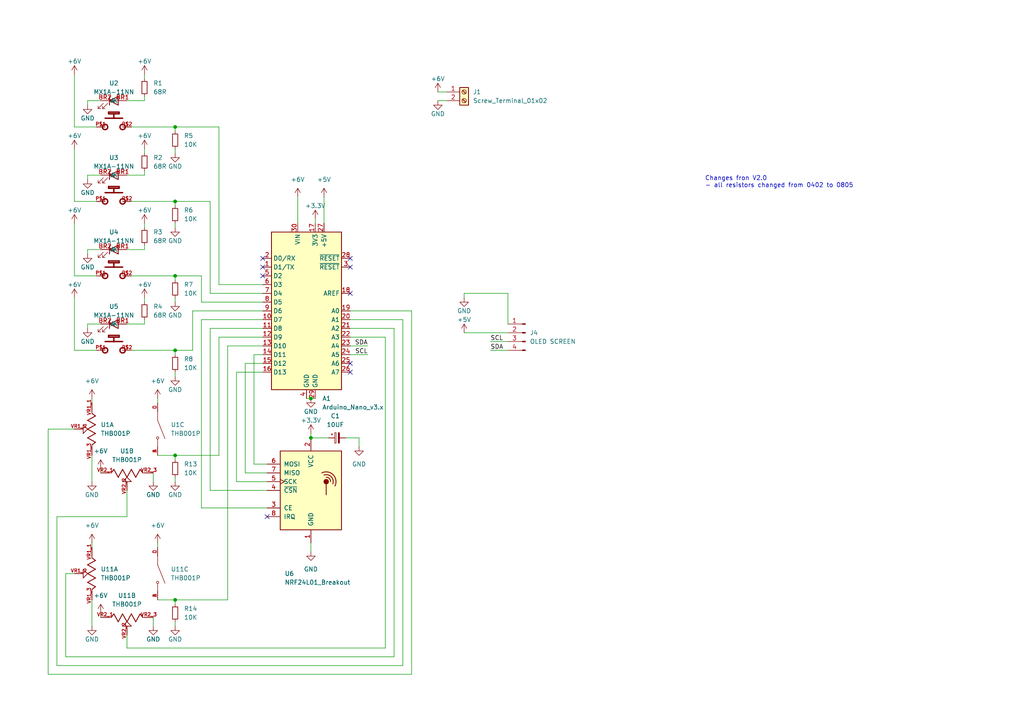
<source format=kicad_sch>
(kicad_sch (version 20211123) (generator eeschema)
  (paper "A4")
  (lib_symbols
    (symbol "Connector:Conn_01x04_Male" (pin_names (offset 1.016) hide)
      (property "Reference" "J" (at 0 5.08 0))
      (property "Value" "Conn_01x04_Male" (at 0 -7.62 0))
      (symbol "Conn_01x04_Male_1_1"
        (polyline (pts (xy 1.27 -5.08) (xy 0.8636 -5.08)) (stroke (width 0.1524)))
        (polyline (pts (xy 1.27 -2.54) (xy 0.8636 -2.54)) (stroke (width 0.1524)))
        (polyline (pts (xy 1.27 0) (xy 0.8636 0)) (stroke (width 0.1524)))
        (polyline (pts (xy 1.27 2.54) (xy 0.8636 2.54)) (stroke (width 0.1524)))
        (rectangle (start 0.8636 -4.953) (end 0 -5.207) (stroke (width 0.1524)) (fill (type outline)))
        (rectangle (start 0.8636 -2.413) (end 0 -2.667) (stroke (width 0.1524)) (fill (type outline)))
        (rectangle (start 0.8636 0.127) (end 0 -0.127) (stroke (width 0.1524)) (fill (type outline)))
        (rectangle (start 0.8636 2.667) (end 0 2.413) (stroke (width 0.1524)) (fill (type outline)))
        (pin passive line (at 5.08 2.54 180) (length 3.81) (name "Pin_1") (number "1"))
        (pin passive line (at 5.08 0 180) (length 3.81) (name "Pin_2") (number "2"))
        (pin passive line (at 5.08 -2.54 180) (length 3.81) (name "Pin_3") (number "3"))
        (pin passive line (at 5.08 -5.08 180) (length 3.81) (name "Pin_4") (number "4"))
      )
    )
    (symbol "Connector:Screw_Terminal_01x02" (pin_names (offset 1.016) hide)
      (property "Reference" "J" (at 0 2.54 0))
      (property "Value" "Screw_Terminal_01x02" (at 0 -5.08 0))
      (symbol "Screw_Terminal_01x02_1_1"
        (rectangle (start -1.27 1.27) (end 1.27 -3.81) (stroke (width 0.254)) (fill (type background)))
        (circle (center 0 -2.54) (radius 0.635) (stroke (width 0.1524)))
        (polyline (pts (xy -0.5334 -2.2098) (xy 0.3302 -3.048)) (stroke (width 0.1524)))
        (polyline (pts (xy -0.5334 0.3302) (xy 0.3302 -0.508)) (stroke (width 0.1524)))
        (polyline (pts (xy -0.3556 -2.032) (xy 0.508 -2.8702)) (stroke (width 0.1524)))
        (polyline (pts (xy -0.3556 0.508) (xy 0.508 -0.3302)) (stroke (width 0.1524)))
        (circle (center 0 0) (radius 0.635) (stroke (width 0.1524)))
        (pin passive line (at -5.08 0 0) (length 3.81) (name "Pin_1") (number "1"))
        (pin passive line (at -5.08 -2.54 0) (length 3.81) (name "Pin_2") (number "2"))
      )
    )
    (symbol "Device:C_Polarized_Small" (pin_numbers hide) (pin_names (offset 0.254) hide)
      (property "Reference" "C" (at 0.254 1.778 0))
      (property "Value" "C_Polarized_Small" (at 0.254 -2.032 0))
      (symbol "C_Polarized_Small_0_1"
        (rectangle (start -1.524 -0.3048) (end 1.524 -0.6858) (fill (type outline)))
        (rectangle (start -1.524 0.6858) (end 1.524 0.3048))
        (polyline (pts (xy -1.27 1.524) (xy -0.762 1.524)))
        (polyline (pts (xy -1.016 1.27) (xy -1.016 1.778)))
      )
      (symbol "C_Polarized_Small_1_1"
        (pin passive line (at 0 2.54 270) (length 1.8542) (name "~") (number "1"))
        (pin passive line (at 0 -2.54 90) (length 1.8542) (name "~") (number "2"))
      )
    )
    (symbol "Device:R_Small" (pin_numbers hide) (pin_names (offset 0.254) hide)
      (property "Reference" "R" (at 0.762 0.508 0))
      (property "Value" "R_Small" (at 0.762 -1.016 0))
      (symbol "R_Small_0_1"
        (rectangle (start -0.762 1.778) (end 0.762 -1.778) (stroke (width 0.2032)))
      )
      (symbol "R_Small_1_1"
        (pin passive line (at 0 2.54 270) (length 0.762) (name "~") (number "1"))
        (pin passive line (at 0 -2.54 90) (length 0.762) (name "~") (number "2"))
      )
    )
    (symbol "MCU_Module:Arduino_Nano_v3.x"
      (property "Reference" "A" (at -10.16 23.495 0))
      (property "Value" "Arduino_Nano_v3.x" (at 5.08 -24.13 0))
      (symbol "Arduino_Nano_v3.x_0_1"
        (rectangle (start -10.16 22.86) (end 10.16 -22.86) (stroke (width 0.254)) (fill (type background)))
      )
      (symbol "Arduino_Nano_v3.x_1_1"
        (pin bidirectional line (at -12.7 12.7 0) (length 2.54) (name "D1/TX") (number "1"))
        (pin bidirectional line (at -12.7 -2.54 0) (length 2.54) (name "D7") (number "10"))
        (pin bidirectional line (at -12.7 -5.08 0) (length 2.54) (name "D8") (number "11"))
        (pin bidirectional line (at -12.7 -7.62 0) (length 2.54) (name "D9") (number "12"))
        (pin bidirectional line (at -12.7 -10.16 0) (length 2.54) (name "D10") (number "13"))
        (pin bidirectional line (at -12.7 -12.7 0) (length 2.54) (name "D11") (number "14"))
        (pin bidirectional line (at -12.7 -15.24 0) (length 2.54) (name "D12") (number "15"))
        (pin bidirectional line (at -12.7 -17.78 0) (length 2.54) (name "D13") (number "16"))
        (pin power_out line (at 2.54 25.4 270) (length 2.54) (name "3V3") (number "17"))
        (pin input line (at 12.7 5.08 180) (length 2.54) (name "AREF") (number "18"))
        (pin bidirectional line (at 12.7 0 180) (length 2.54) (name "A0") (number "19"))
        (pin bidirectional line (at -12.7 15.24 0) (length 2.54) (name "D0/RX") (number "2"))
        (pin bidirectional line (at 12.7 -2.54 180) (length 2.54) (name "A1") (number "20"))
        (pin bidirectional line (at 12.7 -5.08 180) (length 2.54) (name "A2") (number "21"))
        (pin bidirectional line (at 12.7 -7.62 180) (length 2.54) (name "A3") (number "22"))
        (pin bidirectional line (at 12.7 -10.16 180) (length 2.54) (name "A4") (number "23"))
        (pin bidirectional line (at 12.7 -12.7 180) (length 2.54) (name "A5") (number "24"))
        (pin bidirectional line (at 12.7 -15.24 180) (length 2.54) (name "A6") (number "25"))
        (pin bidirectional line (at 12.7 -17.78 180) (length 2.54) (name "A7") (number "26"))
        (pin power_out line (at 5.08 25.4 270) (length 2.54) (name "+5V") (number "27"))
        (pin input line (at 12.7 15.24 180) (length 2.54) (name "~{RESET}") (number "28"))
        (pin power_in line (at 2.54 -25.4 90) (length 2.54) (name "GND") (number "29"))
        (pin input line (at 12.7 12.7 180) (length 2.54) (name "~{RESET}") (number "3"))
        (pin power_in line (at -2.54 25.4 270) (length 2.54) (name "VIN") (number "30"))
        (pin power_in line (at 0 -25.4 90) (length 2.54) (name "GND") (number "4"))
        (pin bidirectional line (at -12.7 10.16 0) (length 2.54) (name "D2") (number "5"))
        (pin bidirectional line (at -12.7 7.62 0) (length 2.54) (name "D3") (number "6"))
        (pin bidirectional line (at -12.7 5.08 0) (length 2.54) (name "D4") (number "7"))
        (pin bidirectional line (at -12.7 2.54 0) (length 2.54) (name "D5") (number "8"))
        (pin bidirectional line (at -12.7 0 0) (length 2.54) (name "D6") (number "9"))
      )
    )
    (symbol "MX1A-11NN:MX1A-11NN" (pin_names (offset 1.016))
      (property "Reference" "U" (at -4.445 -3.81 0))
      (property "Value" "MX1A-11NN" (at 0 -8.89 0))
      (symbol "MX1A-11NN_0_0"
        (circle (center -2.54 0) (radius 0.762) (stroke (width 0.4064)))
        (polyline (pts (xy -2.54 2.54) (xy 0 2.54)) (stroke (width 0.4064)))
        (polyline (pts (xy -1.524 3.81) (xy -1.524 4.318)) (stroke (width 0.4064)))
        (polyline (pts (xy -1.524 4.318) (xy 1.524 4.318)) (stroke (width 0.4064)))
        (polyline (pts (xy 0 2.54) (xy 0 3.81)) (stroke (width 0.4064)))
        (polyline (pts (xy 0 3.81) (xy -1.524 3.81)) (stroke (width 0.4064)))
        (polyline (pts (xy 1.524 3.81) (xy 0.254 3.81)) (stroke (width 0.4064)))
        (polyline (pts (xy 1.524 4.318) (xy 1.524 3.81)) (stroke (width 0.4064)))
        (polyline (pts (xy 2.54 2.54) (xy 0 2.54)) (stroke (width 0.4064)))
        (circle (center 2.54 0) (radius 0.762) (stroke (width 0.4064)))
        (pin passive line (at -5.08 0 0) (length 2.54) (name "~") (number "P$1"))
        (pin passive line (at 5.08 0 180) (length 2.54) (name "~") (number "P$2"))
      )
      (symbol "MX1A-11NN_0_1"
        (polyline (pts (xy -1.27 6.35) (xy -1.27 8.89)) (stroke (width 0.254)))
        (polyline (pts (xy -1.27 7.62) (xy 1.27 7.62)))
        (polyline (pts (xy 1.27 6.35) (xy 1.27 8.89) (xy -1.27 7.62) (xy 1.27 6.35)) (stroke (width 0.254)))
        (polyline (pts (xy -3.048 6.858) (xy -4.572 5.334) (xy -3.81 5.334) (xy -4.572 5.334) (xy -4.572 6.096)))
        (polyline (pts (xy -1.778 6.858) (xy -3.302 5.334) (xy -2.54 5.334) (xy -3.302 5.334) (xy -3.302 6.096)))
      )
      (symbol "MX1A-11NN_1_1"
        (pin passive line (at 3.81 7.62 180) (length 2.54) (name "A") (number "BR1"))
        (pin passive line (at -3.81 7.62 0) (length 2.54) (name "K") (number "BR2"))
      )
    )
    (symbol "RF:NRF24L01_Breakout" (pin_names (offset 1.016))
      (property "Reference" "U" (at -8.89 12.7 0))
      (property "Value" "NRF24L01_Breakout" (at 3.81 12.7 0))
      (symbol "NRF24L01_Breakout_0_1"
        (rectangle (start -8.89 11.43) (end 8.89 -11.43) (stroke (width 0.254)) (fill (type background)))
        (polyline (pts (xy 4.445 1.905) (xy 4.445 -1.27)) (stroke (width 0.254)))
        (circle (center 4.445 2.54) (radius 0.635) (stroke (width 0.254)) (fill (type outline)))
        (arc (start 5.715 2.54) (mid 5.3521 3.4546) (end 4.445 3.81) (stroke (width 0.254)))
        (arc (start 6.35 1.905) (mid 5.8763 3.9854) (end 3.81 4.445) (stroke (width 0.254)))
        (arc (start 6.985 1.27) (mid 6.453 4.548) (end 3.175 5.08) (stroke (width 0.254)))
      )
      (symbol "NRF24L01_Breakout_1_1"
        (pin power_in line (at 0 -15.24 90) (length 3.81) (name "GND") (number "1"))
        (pin power_in line (at 0 15.24 270) (length 3.81) (name "VCC") (number "2"))
        (pin input line (at -12.7 -5.08 0) (length 3.81) (name "CE") (number "3"))
        (pin input line (at -12.7 0 0) (length 3.81) (name "~{CSN}") (number "4"))
        (pin input clock (at -12.7 2.54 0) (length 3.81) (name "SCK") (number "5"))
        (pin input line (at -12.7 7.62 0) (length 3.81) (name "MOSI") (number "6"))
        (pin output line (at -12.7 5.08 0) (length 3.81) (name "MISO") (number "7"))
        (pin output line (at -12.7 -7.62 0) (length 3.81) (name "IRQ") (number "8"))
      )
    )
    (symbol "THB001P:THB001P" (pin_names (offset 1.016))
      (property "Reference" "U" (at -5.08 5.08 0))
      (property "Value" "THB001P" (at -5.08 2.54 0))
      (symbol "THB001P_1_0"
        (polyline (pts (xy -5.08 0) (xy -4.572 0)) (stroke (width 0.1524)))
        (polyline (pts (xy -4.572 0) (xy -3.81 1.016)) (stroke (width 0.254)))
        (polyline (pts (xy -3.81 1.016) (xy -2.54 -1.27)) (stroke (width 0.254)))
        (polyline (pts (xy -2.54 -1.27) (xy -1.27 1.016)) (stroke (width 0.254)))
        (polyline (pts (xy -1.27 -2.54) (xy 0 -1.27)) (stroke (width 0.2032)))
        (polyline (pts (xy -1.27 1.016) (xy 0 -1.27)) (stroke (width 0.254)))
        (polyline (pts (xy 0 -1.27) (xy 1.27 -2.54)) (stroke (width 0.2032)))
        (polyline (pts (xy 0 -1.27) (xy 1.27 1.016)) (stroke (width 0.254)))
        (polyline (pts (xy 1.27 -2.54) (xy -1.27 -2.54)) (stroke (width 0.2032)))
        (polyline (pts (xy 1.27 1.016) (xy 2.54 -1.27)) (stroke (width 0.254)))
        (polyline (pts (xy 2.54 -1.27) (xy 3.81 1.016)) (stroke (width 0.254)))
        (polyline (pts (xy 3.81 1.016) (xy 4.572 0)) (stroke (width 0.254)))
        (polyline (pts (xy 4.572 0) (xy 5.08 0)) (stroke (width 0.1524)))
        (pin passive line (at -7.62 0 0) (length 2.54) (name "~") (number "VR1_1"))
        (pin passive line (at 0 -5.08 90) (length 2.54) (name "~") (number "VR1_2"))
        (pin passive line (at 7.62 0 180) (length 2.54) (name "~") (number "VR1_3"))
      )
      (symbol "THB001P_2_0"
        (polyline (pts (xy -5.08 0) (xy -4.572 0)) (stroke (width 0.1524)))
        (polyline (pts (xy -4.572 0) (xy -3.81 1.016)) (stroke (width 0.254)))
        (polyline (pts (xy -3.81 1.016) (xy -2.54 -1.27)) (stroke (width 0.254)))
        (polyline (pts (xy -2.54 -1.27) (xy -1.27 1.016)) (stroke (width 0.254)))
        (polyline (pts (xy -1.27 -2.54) (xy 0 -1.27)) (stroke (width 0.2032)))
        (polyline (pts (xy -1.27 1.016) (xy 0 -1.27)) (stroke (width 0.254)))
        (polyline (pts (xy 0 -1.27) (xy 1.27 -2.54)) (stroke (width 0.2032)))
        (polyline (pts (xy 0 -1.27) (xy 1.27 1.016)) (stroke (width 0.254)))
        (polyline (pts (xy 1.27 -2.54) (xy -1.27 -2.54)) (stroke (width 0.2032)))
        (polyline (pts (xy 1.27 1.016) (xy 2.54 -1.27)) (stroke (width 0.254)))
        (polyline (pts (xy 2.54 -1.27) (xy 3.81 1.016)) (stroke (width 0.254)))
        (polyline (pts (xy 3.81 1.016) (xy 4.572 0)) (stroke (width 0.254)))
        (polyline (pts (xy 4.572 0) (xy 5.08 0)) (stroke (width 0.1524)))
        (pin passive line (at -7.62 0 0) (length 2.54) (name "~") (number "VR2_1"))
        (pin passive line (at 0 -5.08 90) (length 2.54) (name "~") (number "VR2_2"))
        (pin passive line (at 7.62 0 180) (length 2.54) (name "~") (number "VR2_3"))
      )
      (symbol "THB001P_3_0"
        (polyline (pts (xy -2.54 0) (xy -5.08 0)) (stroke (width 0.1524)))
        (polyline (pts (xy -2.54 0) (xy 2.794 2.1336)) (stroke (width 0.1524)))
        (polyline (pts (xy 5.08 0) (xy 2.921 0)) (stroke (width 0.1524)))
        (circle (center 2.54 0) (radius 0.3302) (stroke (width 0.1524)))
        (pin passive line (at 7.62 0 180) (length 2.54) (name "~") (number "A"))
        (pin passive line (at 7.62 0 180) (length 2.54) (name "~") (number "B"))
        (pin passive line (at -7.62 0 0) (length 2.54) (name "~") (number "C"))
        (pin passive line (at -7.62 0 0) (length 2.54) (name "~") (number "D"))
      )
    )
    (symbol "power:+3.3V" (power) (pin_names (offset 0))
      (property "Value" "+3.3V" (at 0 3.556 0))
      (symbol "+3.3V_0_1"
        (polyline (pts (xy -0.762 1.27) (xy 0 2.54)))
        (polyline (pts (xy 0 0) (xy 0 2.54)))
        (polyline (pts (xy 0 2.54) (xy 0.762 1.27)))
      )
      (symbol "+3.3V_1_1"
        (pin power_in line (at 0 0 90) (length 0) hide (name "+3.3V") (number "1"))
      )
    )
    (symbol "power:+5V" (power) (pin_names (offset 0))
      (property "Value" "+5V" (at 0 3.556 0))
      (symbol "+5V_0_1"
        (polyline (pts (xy -0.762 1.27) (xy 0 2.54)))
        (polyline (pts (xy 0 0) (xy 0 2.54)))
        (polyline (pts (xy 0 2.54) (xy 0.762 1.27)))
      )
      (symbol "+5V_1_1"
        (pin power_in line (at 0 0 90) (length 0) hide (name "+5V") (number "1"))
      )
    )
    (symbol "power:+6V" (power) (pin_names (offset 0))
      (property "Value" "+6V" (at 0 3.556 0))
      (symbol "+6V_0_1"
        (polyline (pts (xy -0.762 1.27) (xy 0 2.54)))
        (polyline (pts (xy 0 0) (xy 0 2.54)))
        (polyline (pts (xy 0 2.54) (xy 0.762 1.27)))
      )
      (symbol "+6V_1_1"
        (pin power_in line (at 0 0 90) (length 0) hide (name "+6V") (number "1"))
      )
    )
    (symbol "power:GND" (power) (pin_names (offset 0))
      (property "Value" "GND" (at 0 -3.81 0))
      (symbol "GND_0_1"
        (polyline (pts (xy 0 0) (xy 0 -1.27) (xy 1.27 -1.27) (xy 0 -2.54) (xy -1.27 -1.27) (xy 0 -1.27)))
      )
      (symbol "GND_1_1"
        (pin power_in line (at 0 0 270) (length 0) hide (name "GND") (number "1"))
      )
    )
  )
  (junction (at 90.17 115.57))
  (junction (at 50.8 173.99))
  (junction (at 50.8 58.42))
  (junction (at 90.17 127))
  (junction (at 50.8 101.6))
  (junction (at 50.8 132.08))
  (junction (at 50.8 80.01))
  (junction (at 50.8 36.83))
  (no_connect (at 101.6 105.41))
  (no_connect (at 101.6 107.95))
  (no_connect (at 77.47 149.86))
  (no_connect (at 101.6 77.47))
  (no_connect (at 76.2 80.01))
  (no_connect (at 101.6 74.93))
  (no_connect (at 76.2 77.47))
  (no_connect (at 101.6 85.09))
  (no_connect (at 76.2 74.93))
  (wire (pts (xy 63.5 36.83) (xy 50.8 36.83)))
  (wire (pts (xy 71.12 137.16) (xy 71.12 105.41)))
  (wire (pts (xy 66.04 173.99) (xy 66.04 100.33)))
  (wire (pts (xy 29.21 29.21) (xy 25.4 29.21)))
  (wire (pts (xy 36.83 149.86) (xy 16.51 149.86)))
  (wire (pts (xy 50.8 59.69) (xy 50.8 58.42)))
  (wire (pts (xy 73.66 134.62) (xy 77.47 134.62)))
  (wire (pts (xy 68.58 107.95) (xy 76.2 107.95)))
  (wire (pts (xy 63.5 82.55) (xy 63.5 36.83)))
  (wire (pts (xy 16.51 193.04) (xy 116.84 193.04)))
  (wire (pts (xy 134.62 96.52) (xy 147.32 96.52)))
  (wire (pts (xy 91.44 63.5) (xy 91.44 64.77)))
  (wire (pts (xy 119.38 90.17) (xy 119.38 195.58)))
  (wire (pts (xy 13.97 195.58) (xy 119.38 195.58)))
  (wire (pts (xy 38.1 80.01) (xy 50.8 80.01)))
  (wire (pts (xy 50.8 180.34) (xy 50.8 181.61)))
  (wire (pts (xy 45.72 132.08) (xy 50.8 132.08)))
  (wire (pts (xy 29.21 72.39) (xy 25.4 72.39)))
  (wire (pts (xy 114.3 95.25) (xy 114.3 190.5)))
  (wire (pts (xy 41.91 72.39) (xy 41.91 71.12)))
  (wire (pts (xy 111.76 97.79) (xy 111.76 187.96)))
  (wire (pts (xy 29.21 177.8) (xy 29.21 179.07)))
  (wire (pts (xy 119.38 90.17) (xy 101.6 90.17)))
  (wire (pts (xy 44.45 137.16) (xy 44.45 139.7)))
  (wire (pts (xy 58.42 92.71) (xy 76.2 92.71)))
  (wire (pts (xy 27.94 101.6) (xy 21.59 101.6)))
  (wire (pts (xy 60.96 58.42) (xy 50.8 58.42)))
  (wire (pts (xy 27.94 80.01) (xy 21.59 80.01)))
  (wire (pts (xy 36.83 50.8) (xy 41.91 50.8)))
  (wire (pts (xy 36.83 187.96) (xy 111.76 187.96)))
  (wire (pts (xy 90.17 125.73) (xy 90.17 127)))
  (wire (pts (xy 68.58 139.7) (xy 68.58 107.95)))
  (wire (pts (xy 19.05 190.5) (xy 114.3 190.5)))
  (wire (pts (xy 91.44 115.57) (xy 90.17 115.57)))
  (wire (pts (xy 50.8 43.18) (xy 50.8 44.45)))
  (wire (pts (xy 55.88 101.6) (xy 55.88 90.17)))
  (wire (pts (xy 26.67 157.48) (xy 26.67 158.75)))
  (wire (pts (xy 127 29.21) (xy 129.54 29.21)))
  (wire (pts (xy 25.4 29.21) (xy 25.4 30.48)))
  (wire (pts (xy 36.83 93.98) (xy 41.91 93.98)))
  (wire (pts (xy 41.91 50.8) (xy 41.91 49.53)))
  (wire (pts (xy 76.2 85.09) (xy 60.96 85.09)))
  (wire (pts (xy 60.96 142.24) (xy 60.96 95.25)))
  (wire (pts (xy 36.83 72.39) (xy 41.91 72.39)))
  (wire (pts (xy 50.8 86.36) (xy 50.8 87.63)))
  (wire (pts (xy 41.91 64.77) (xy 41.91 66.04)))
  (wire (pts (xy 73.66 102.87) (xy 76.2 102.87)))
  (wire (pts (xy 50.8 132.08) (xy 63.5 132.08)))
  (wire (pts (xy 50.8 173.99) (xy 66.04 173.99)))
  (wire (pts (xy 77.47 139.7) (xy 68.58 139.7)))
  (wire (pts (xy 77.47 147.32) (xy 58.42 147.32)))
  (wire (pts (xy 116.84 92.71) (xy 116.84 193.04)))
  (wire (pts (xy 27.94 58.42) (xy 21.59 58.42)))
  (wire (pts (xy 19.05 166.37) (xy 19.05 190.5)))
  (wire (pts (xy 50.8 101.6) (xy 55.88 101.6)))
  (wire (pts (xy 90.17 157.48) (xy 90.17 160.02)))
  (wire (pts (xy 104.14 127) (xy 104.14 129.54)))
  (wire (pts (xy 93.98 57.15) (xy 93.98 64.77)))
  (wire (pts (xy 21.59 64.77) (xy 21.59 80.01)))
  (wire (pts (xy 21.59 21.59) (xy 21.59 36.83)))
  (wire (pts (xy 26.67 173.99) (xy 26.67 181.61)))
  (wire (pts (xy 73.66 102.87) (xy 73.66 134.62)))
  (wire (pts (xy 101.6 92.71) (xy 116.84 92.71)))
  (wire (pts (xy 41.91 86.36) (xy 41.91 87.63)))
  (wire (pts (xy 76.2 87.63) (xy 58.42 87.63)))
  (wire (pts (xy 101.6 100.33) (xy 106.68 100.33)))
  (wire (pts (xy 50.8 81.28) (xy 50.8 80.01)))
  (wire (pts (xy 147.32 101.6) (xy 142.24 101.6)))
  (wire (pts (xy 88.9 115.57) (xy 90.17 115.57)))
  (wire (pts (xy 77.47 142.24) (xy 60.96 142.24)))
  (wire (pts (xy 147.32 85.09) (xy 147.32 93.98)))
  (wire (pts (xy 25.4 93.98) (xy 25.4 95.25)))
  (wire (pts (xy 134.62 85.09) (xy 147.32 85.09)))
  (wire (pts (xy 100.33 127) (xy 104.14 127)))
  (wire (pts (xy 27.94 36.83) (xy 21.59 36.83)))
  (wire (pts (xy 41.91 93.98) (xy 41.91 92.71)))
  (wire (pts (xy 58.42 87.63) (xy 58.42 80.01)))
  (wire (pts (xy 71.12 105.41) (xy 76.2 105.41)))
  (wire (pts (xy 38.1 58.42) (xy 50.8 58.42)))
  (wire (pts (xy 60.96 85.09) (xy 60.96 58.42)))
  (wire (pts (xy 25.4 50.8) (xy 25.4 52.07)))
  (wire (pts (xy 58.42 80.01) (xy 50.8 80.01)))
  (wire (pts (xy 90.17 127) (xy 95.25 127)))
  (wire (pts (xy 101.6 102.87) (xy 106.68 102.87)))
  (wire (pts (xy 50.8 133.35) (xy 50.8 132.08)))
  (wire (pts (xy 41.91 21.59) (xy 41.91 22.86)))
  (wire (pts (xy 21.59 43.18) (xy 21.59 58.42)))
  (wire (pts (xy 21.59 124.46) (xy 13.97 124.46)))
  (wire (pts (xy 21.59 86.36) (xy 21.59 101.6)))
  (wire (pts (xy 45.72 173.99) (xy 50.8 173.99)))
  (wire (pts (xy 63.5 97.79) (xy 63.5 132.08)))
  (wire (pts (xy 147.32 99.06) (xy 142.24 99.06)))
  (wire (pts (xy 66.04 100.33) (xy 76.2 100.33)))
  (wire (pts (xy 25.4 72.39) (xy 25.4 73.66)))
  (wire (pts (xy 76.2 82.55) (xy 63.5 82.55)))
  (wire (pts (xy 26.67 132.08) (xy 26.67 139.7)))
  (wire (pts (xy 41.91 29.21) (xy 41.91 27.94)))
  (wire (pts (xy 50.8 38.1) (xy 50.8 36.83)))
  (wire (pts (xy 58.42 147.32) (xy 58.42 92.71)))
  (wire (pts (xy 50.8 64.77) (xy 50.8 66.04)))
  (wire (pts (xy 29.21 50.8) (xy 25.4 50.8)))
  (wire (pts (xy 21.59 166.37) (xy 19.05 166.37)))
  (wire (pts (xy 36.83 29.21) (xy 41.91 29.21)))
  (wire (pts (xy 127 26.67) (xy 129.54 26.67)))
  (wire (pts (xy 50.8 102.87) (xy 50.8 101.6)))
  (wire (pts (xy 38.1 101.6) (xy 50.8 101.6)))
  (wire (pts (xy 114.3 95.25) (xy 101.6 95.25)))
  (wire (pts (xy 13.97 124.46) (xy 13.97 195.58)))
  (wire (pts (xy 101.6 97.79) (xy 111.76 97.79)))
  (wire (pts (xy 26.67 115.57) (xy 26.67 116.84)))
  (wire (pts (xy 86.36 57.15) (xy 86.36 64.77)))
  (wire (pts (xy 29.21 135.89) (xy 29.21 137.16)))
  (wire (pts (xy 77.47 137.16) (xy 71.12 137.16)))
  (wire (pts (xy 60.96 95.25) (xy 76.2 95.25)))
  (wire (pts (xy 45.72 115.57) (xy 45.72 116.84)))
  (wire (pts (xy 63.5 97.79) (xy 76.2 97.79)))
  (wire (pts (xy 36.83 142.24) (xy 36.83 149.86)))
  (wire (pts (xy 41.91 43.18) (xy 41.91 44.45)))
  (wire (pts (xy 45.72 157.48) (xy 45.72 158.75)))
  (wire (pts (xy 50.8 138.43) (xy 50.8 139.7)))
  (wire (pts (xy 50.8 107.95) (xy 50.8 109.22)))
  (wire (pts (xy 55.88 90.17) (xy 76.2 90.17)))
  (wire (pts (xy 134.62 85.09) (xy 134.62 86.36)))
  (wire (pts (xy 50.8 175.26) (xy 50.8 173.99)))
  (wire (pts (xy 29.21 93.98) (xy 25.4 93.98)))
  (wire (pts (xy 44.45 179.07) (xy 44.45 181.61)))
  (wire (pts (xy 16.51 149.86) (xy 16.51 193.04)))
  (wire (pts (xy 38.1 36.83) (xy 50.8 36.83)))
  (wire (pts (xy 36.83 184.15) (xy 36.83 187.96)))
  (text "Changes fron V2.0\n- all resistors changed from 0402 to 0805" (at 204.47 54.61 0) (effects (font (size 1.27 1.27)) (justify left bottom)))
  (label "SCL" (at 142.24 99.06 0))
  (label "SDA" (at 106.68 100.33 180))
  (label "SDA" (at 142.24 101.6 0))
  (label "SCL" (at 106.68 102.87 180))
  (symbol (lib_id "power:+6V") (at 21.59 64.77 0) (unit 1)
    (property "Reference" "#PWR0123" (effects hide))
    (property "Value" "+6V" (at 21.59 60.96 0))
  )
  (symbol (lib_id "power:+6V") (at 21.59 43.18 0) (unit 1)
    (property "Reference" "#PWR0116" (effects hide))
    (property "Value" "+6V" (at 21.59 39.37 0))
  )
  (symbol (lib_id "power:GND") (at 44.45 181.61 0) (unit 1)
    (property "Reference" "#PWR0128" (effects hide))
    (property "Value" "GND" (at 44.45 185.42 0))
  )
  (symbol (lib_id "power:+6V") (at 29.21 135.89 0) (unit 1)
    (property "Reference" "#PWR0137" (effects hide))
    (property "Value" "+6V" (at 29.21 130.81 0))
  )
  (symbol (lib_id "power:GND") (at 25.4 73.66 0) (unit 1)
    (property "Reference" "#PWR0130" (effects hide))
    (property "Value" "GND" (at 25.4 77.47 0))
  )
  (symbol (lib_id "power:+6V") (at 41.91 43.18 0) (unit 1)
    (property "Reference" "#PWR0115" (effects hide))
    (property "Value" "+6V" (at 41.91 39.37 0))
  )
  (symbol (lib_id "power:+6V") (at 45.72 115.57 0) (unit 1)
    (property "Reference" "#PWR0142" (effects hide))
    (property "Value" "+6V" (at 45.72 110.49 0))
  )
  (symbol (lib_id "MX1A-11NN:MX1A-11NN") (at 33.02 36.83 0) (unit 1)
    (property "Reference" "U2" (at 33.02 24.13 0))
    (property "Value" "MX1A-11NN" (at 33.02 26.67 0))
    (property "Footprint" "MX1A-11NN:CHERRY_MX1A-11NN_SWITCH" (effects hide))
  )
  (symbol (lib_id "power:+6V") (at 26.67 115.57 0) (unit 1)
    (property "Reference" "#PWR0127" (effects hide))
    (property "Value" "+6V" (at 26.67 110.49 0))
  )
  (symbol (lib_id "Device:R_Small") (at 50.8 62.23 180) (unit 1)
    (property "Reference" "R6" (at 53.34 60.96 0) (effects (justify right)))
    (property "Value" "10K" (at 53.34 63.4999 0) (effects (justify right)))
    (property "Footprint" "Resistor_SMD:R_0805_2012Metric" (effects hide))
  )
  (symbol (lib_id "MCU_Module:Arduino_Nano_v3.x") (at 88.9 90.17 0) (unit 1)
    (property "Reference" "A1" (at 93.4594 115.57 0) (effects (justify left)))
    (property "Value" "Arduino_Nano_v3.x" (at 93.4594 118.11 0) (effects (justify left)))
    (property "Footprint" "Module:Arduino_Nano" (effects hide))
    (property "Datasheet" "http://www.mouser.com/pdfdocs/Gravitech_Arduino_Nano3_0.pdf" (effects hide))
  )
  (symbol (lib_id "power:GND") (at 50.8 109.22 0) (unit 1)
    (property "Reference" "#PWR0104" (effects hide))
    (property "Value" "GND" (at 50.8 113.03 0))
  )
  (symbol (lib_id "power:+6V") (at 21.59 21.59 0) (unit 1)
    (property "Reference" "#PWR0120" (effects hide))
    (property "Value" "+6V" (at 21.59 17.78 0))
  )
  (symbol (lib_id "power:GND") (at 104.14 129.54 0) (unit 1)
    (property "Reference" "#PWR0119" (effects hide))
    (property "Value" "GND" (at 104.14 134.62 0))
  )
  (symbol (lib_id "power:+5V") (at 93.98 57.15 0) (unit 1)
    (property "Reference" "#PWR0102" (effects hide))
    (property "Value" "+5V" (at 93.98 52.07 0))
  )
  (symbol (lib_id "power:+6V") (at 127 26.67 0) (unit 1)
    (property "Reference" "#PWR0144" (effects hide))
    (property "Value" "+6V" (at 127 22.86 0))
  )
  (symbol (lib_id "power:GND") (at 50.8 44.45 0) (unit 1)
    (property "Reference" "#PWR0122" (effects hide))
    (property "Value" "GND" (at 50.8 48.26 0))
  )
  (symbol (lib_id "Device:R_Small") (at 50.8 40.64 180) (unit 1)
    (property "Reference" "R5" (at 53.34 39.37 0) (effects (justify right)))
    (property "Value" "10K" (at 53.34 41.9099 0) (effects (justify right)))
    (property "Footprint" "Resistor_SMD:R_0805_2012Metric" (effects hide))
  )
  (symbol (lib_id "MX1A-11NN:MX1A-11NN") (at 33.02 58.42 0) (unit 1)
    (property "Reference" "U3" (at 33.02 45.72 0))
    (property "Value" "MX1A-11NN" (at 33.02 48.26 0))
    (property "Footprint" "MX1A-11NN:CHERRY_MX1A-11NN_SWITCH" (effects hide))
  )
  (symbol (lib_id "power:GND") (at 25.4 30.48 0) (unit 1)
    (property "Reference" "#PWR0117" (effects hide))
    (property "Value" "GND" (at 25.4 34.29 0))
  )
  (symbol (lib_id "RF:NRF24L01_Breakout") (at 90.17 142.24 0) (unit 1)
    (property "Reference" "U6" (at 82.55 166.37 0) (effects (justify left)))
    (property "Value" "NRF24L01_Breakout" (at 82.55 168.91 0) (effects (justify left)))
    (property "Footprint" "nRF24L01BRKT_SMD:nRF24L01_Breakout_SMD" (effects hide))
    (property "Datasheet" "http://www.nordicsemi.com/eng/content/download/2730/34105/file/nRF24L01_Product_Specification_v2_0.pdf" (effects hide))
  )
  (symbol (lib_id "power:+6V") (at 41.91 64.77 0) (unit 1)
    (property "Reference" "#PWR0121" (effects hide))
    (property "Value" "+6V" (at 41.91 60.96 0))
  )
  (symbol (lib_id "Device:R_Small") (at 50.8 177.8 180) (unit 1)
    (property "Reference" "R14" (at 53.34 176.53 0) (effects (justify right)))
    (property "Value" "10K" (at 53.34 179.0699 0) (effects (justify right)))
    (property "Footprint" "Resistor_SMD:R_0805_2012Metric" (effects hide))
  )
  (symbol (lib_id "Connector:Conn_01x04_Male") (at 152.4 96.52 0) (mirror y) (unit 1)
    (property "Reference" "J4" (at 153.67 96.5199 0) (effects (justify right)))
    (property "Value" "OLED SCREEN" (at 153.67 99.0599 0) (effects (justify right)))
    (property "Footprint" "Connector_PinSocket_2.54mm:PinSocket_1x04_P2.54mm_Vertical" (effects hide))
  )
  (symbol (lib_id "power:GND") (at 90.17 160.02 0) (unit 1)
    (property "Reference" "#PWR0110" (effects hide))
    (property "Value" "GND" (at 90.17 165.1 0))
  )
  (symbol (lib_id "power:+6V") (at 86.36 57.15 0) (unit 1)
    (property "Reference" "#PWR0103" (effects hide))
    (property "Value" "+6V" (at 86.36 52.07 0))
  )
  (symbol (lib_id "power:+3.3V") (at 91.44 63.5 0) (unit 1)
    (property "Reference" "#PWR0101" (effects hide))
    (property "Value" "+3.3V" (at 91.44 59.69 0))
  )
  (symbol (lib_id "Device:R_Small") (at 50.8 83.82 180) (unit 1)
    (property "Reference" "R7" (at 53.34 82.55 0) (effects (justify right)))
    (property "Value" "10K" (at 53.34 85.0899 0) (effects (justify right)))
    (property "Footprint" "Resistor_SMD:R_0805_2012Metric" (effects hide))
  )
  (symbol (lib_id "power:GND") (at 90.17 115.57 0) (unit 1)
    (property "Reference" "#PWR0109" (effects hide))
    (property "Value" "GND" (at 90.17 119.38 0))
  )
  (symbol (lib_id "Device:R_Small") (at 50.8 135.89 180) (unit 1)
    (property "Reference" "R13" (at 53.34 134.62 0) (effects (justify right)))
    (property "Value" "10K" (at 53.34 137.1599 0) (effects (justify right)))
    (property "Footprint" "Resistor_SMD:R_0805_2012Metric" (effects hide))
  )
  (symbol (lib_id "power:GND") (at 127 29.21 0) (unit 1)
    (property "Reference" "#PWR0145" (effects hide))
    (property "Value" "GND" (at 127 33.02 0))
  )
  (symbol (lib_id "power:GND") (at 25.4 95.25 0) (unit 1)
    (property "Reference" "#PWR0105" (effects hide))
    (property "Value" "GND" (at 25.4 99.06 0))
  )
  (symbol (lib_id "THB001P:THB001P") (at 45.72 124.46 270) (unit 3)
    (property "Reference" "U1" (at 49.53 123.1899 90) (effects (justify left)))
    (property "Value" "THB001P" (at 49.53 125.7299 90) (effects (justify left)))
    (property "Footprint" "THB001P:CNK_THB001P" (effects hide))
    (property "MANUFACTURER" "CNK" (effects hide))
    (property "STANDARD" "Manufacturer Recommendations" (effects hide))
    (property "MAXIMUM_PACKAGE_HEIGHT" "19.85mm" (effects hide))
    (property "PARTREV" "27 Jan 22" (effects hide))
    (property "SNAPEDA_PN" "THB001P" (effects hide))
  )
  (symbol (lib_id "power:GND") (at 50.8 87.63 0) (unit 1)
    (property "Reference" "#PWR0111" (effects hide))
    (property "Value" "GND" (at 50.8 91.44 0))
  )
  (symbol (lib_id "power:+6V") (at 41.91 21.59 0) (unit 1)
    (property "Reference" "#PWR0114" (effects hide))
    (property "Value" "+6V" (at 41.91 17.78 0))
  )
  (symbol (lib_id "power:+5V") (at 134.62 96.52 0) (unit 1)
    (property "Reference" "#PWR0107" (effects hide))
    (property "Value" "+5V" (at 134.62 92.71 0))
  )
  (symbol (lib_id "Device:R_Small") (at 41.91 46.99 180) (unit 1)
    (property "Reference" "R2" (at 44.45 45.72 0) (effects (justify right)))
    (property "Value" "68R" (at 44.45 48.2599 0) (effects (justify right)))
    (property "Footprint" "Resistor_SMD:R_0805_2012Metric" (effects hide))
  )
  (symbol (lib_id "THB001P:THB001P") (at 26.67 166.37 270) (unit 1)
    (property "Reference" "U11" (at 29.21 165.0999 90) (effects (justify left)))
    (property "Value" "THB001P" (at 29.21 167.6399 90) (effects (justify left)))
    (property "Footprint" "THB001P:CNK_THB001P" (effects hide))
    (property "MANUFACTURER" "CNK" (effects hide))
    (property "STANDARD" "Manufacturer Recommendations" (effects hide))
    (property "MAXIMUM_PACKAGE_HEIGHT" "19.85mm" (effects hide))
    (property "PARTREV" "27 Jan 22" (effects hide))
    (property "SNAPEDA_PN" "THB001P" (effects hide))
  )
  (symbol (lib_id "power:GND") (at 44.45 139.7 0) (unit 1)
    (property "Reference" "#PWR0126" (effects hide))
    (property "Value" "GND" (at 44.45 143.51 0))
  )
  (symbol (lib_id "power:GND") (at 50.8 181.61 0) (unit 1)
    (property "Reference" "#PWR0141" (effects hide))
    (property "Value" "GND" (at 50.8 185.42 0))
  )
  (symbol (lib_id "power:+6V") (at 29.21 177.8 0) (unit 1)
    (property "Reference" "#PWR0140" (effects hide))
    (property "Value" "+6V" (at 29.21 172.72 0))
  )
  (symbol (lib_id "MX1A-11NN:MX1A-11NN") (at 33.02 80.01 0) (unit 1)
    (property "Reference" "U4" (at 33.02 67.31 0))
    (property "Value" "MX1A-11NN" (at 33.02 69.85 0))
    (property "Footprint" "MX1A-11NN:CHERRY_MX1A-11NN_SWITCH" (effects hide))
  )
  (symbol (lib_id "power:GND") (at 50.8 66.04 0) (unit 1)
    (property "Reference" "#PWR0131" (effects hide))
    (property "Value" "GND" (at 50.8 69.85 0))
  )
  (symbol (lib_id "power:GND") (at 26.67 181.61 0) (unit 1)
    (property "Reference" "#PWR0129" (effects hide))
    (property "Value" "GND" (at 26.67 185.42 0))
  )
  (symbol (lib_id "power:GND") (at 25.4 52.07 0) (unit 1)
    (property "Reference" "#PWR0113" (effects hide))
    (property "Value" "GND" (at 25.4 55.88 0))
  )
  (symbol (lib_id "power:GND") (at 134.62 86.36 0) (unit 1)
    (property "Reference" "#PWR0106" (effects hide))
    (property "Value" "GND" (at 134.62 90.17 0))
  )
  (symbol (lib_id "THB001P:THB001P") (at 26.67 124.46 270) (unit 1)
    (property "Reference" "U1" (at 29.21 123.1899 90) (effects (justify left)))
    (property "Value" "THB001P" (at 29.21 125.7299 90) (effects (justify left)))
    (property "Footprint" "THB001P:CNK_THB001P" (effects hide))
    (property "MANUFACTURER" "CNK" (effects hide))
    (property "STANDARD" "Manufacturer Recommendations" (effects hide))
    (property "MAXIMUM_PACKAGE_HEIGHT" "19.85mm" (effects hide))
    (property "PARTREV" "27 Jan 22" (effects hide))
    (property "SNAPEDA_PN" "THB001P" (effects hide))
  )
  (symbol (lib_id "Device:R_Small") (at 41.91 68.58 180) (unit 1)
    (property "Reference" "R3" (at 44.45 67.31 0) (effects (justify right)))
    (property "Value" "68R" (at 44.45 69.8499 0) (effects (justify right)))
    (property "Footprint" "Resistor_SMD:R_0805_2012Metric" (effects hide))
  )
  (symbol (lib_id "power:+6V") (at 26.67 157.48 0) (unit 1)
    (property "Reference" "#PWR0124" (effects hide))
    (property "Value" "+6V" (at 26.67 152.4 0))
  )
  (symbol (lib_id "THB001P:THB001P") (at 45.72 166.37 270) (unit 3)
    (property "Reference" "U11" (at 49.53 165.0999 90) (effects (justify left)))
    (property "Value" "THB001P" (at 49.53 167.6399 90) (effects (justify left)))
    (property "Footprint" "THB001P:CNK_THB001P" (effects hide))
    (property "MANUFACTURER" "CNK" (effects hide))
    (property "STANDARD" "Manufacturer Recommendations" (effects hide))
    (property "MAXIMUM_PACKAGE_HEIGHT" "19.85mm" (effects hide))
    (property "PARTREV" "27 Jan 22" (effects hide))
    (property "SNAPEDA_PN" "THB001P" (effects hide))
  )
  (symbol (lib_id "THB001P:THB001P") (at 36.83 137.16 0) (unit 2)
    (property "Reference" "U1" (at 36.83 130.81 0))
    (property "Value" "THB001P" (at 36.83 133.35 0))
    (property "Footprint" "THB001P:CNK_THB001P" (effects hide))
    (property "MANUFACTURER" "CNK" (effects hide))
    (property "STANDARD" "Manufacturer Recommendations" (effects hide))
    (property "MAXIMUM_PACKAGE_HEIGHT" "19.85mm" (effects hide))
    (property "PARTREV" "27 Jan 22" (effects hide))
    (property "SNAPEDA_PN" "THB001P" (effects hide))
  )
  (symbol (lib_id "Device:R_Small") (at 50.8 105.41 180) (unit 1)
    (property "Reference" "R8" (at 53.34 104.14 0) (effects (justify right)))
    (property "Value" "10K" (at 53.34 106.6799 0) (effects (justify right)))
    (property "Footprint" "Resistor_SMD:R_0805_2012Metric" (effects hide))
  )
  (symbol (lib_id "Device:R_Small") (at 41.91 25.4 180) (unit 1)
    (property "Reference" "R1" (at 44.45 24.13 0) (effects (justify right)))
    (property "Value" "68R" (at 44.45 26.6699 0) (effects (justify right)))
    (property "Footprint" "Resistor_SMD:R_0805_2012Metric" (effects hide))
  )
  (symbol (lib_id "power:+6V") (at 21.59 86.36 0) (unit 1)
    (property "Reference" "#PWR0108" (effects hide))
    (property "Value" "+6V" (at 21.59 82.55 0))
  )
  (symbol (lib_id "power:GND") (at 26.67 139.7 0) (unit 1)
    (property "Reference" "#PWR0125" (effects hide))
    (property "Value" "GND" (at 26.67 143.51 0))
  )
  (symbol (lib_id "THB001P:THB001P") (at 36.83 179.07 0) (unit 2)
    (property "Reference" "U11" (at 36.83 172.72 0))
    (property "Value" "THB001P" (at 36.83 175.26 0))
    (property "Footprint" "THB001P:CNK_THB001P" (effects hide))
    (property "MANUFACTURER" "CNK" (effects hide))
    (property "STANDARD" "Manufacturer Recommendations" (effects hide))
    (property "MAXIMUM_PACKAGE_HEIGHT" "19.85mm" (effects hide))
    (property "PARTREV" "27 Jan 22" (effects hide))
    (property "SNAPEDA_PN" "THB001P" (effects hide))
  )
  (symbol (lib_id "power:GND") (at 50.8 139.7 0) (unit 1)
    (property "Reference" "#PWR0139" (effects hide))
    (property "Value" "GND" (at 50.8 143.51 0))
  )
  (symbol (lib_id "power:+6V") (at 41.91 86.36 0) (unit 1)
    (property "Reference" "#PWR0112" (effects hide))
    (property "Value" "+6V" (at 41.91 82.55 0))
  )
  (symbol (lib_id "Connector:Screw_Terminal_01x02") (at 134.62 26.67 0) (unit 1)
    (property "Reference" "J1" (at 137.16 26.6699 0) (effects (justify left)))
    (property "Value" "Screw_Terminal_01x02" (at 137.16 29.2099 0) (effects (justify left)))
    (property "Footprint" "Connector_PinSocket_2.54mm:PinSocket_1x02_P2.54mm_Vertical" (effects hide))
  )
  (symbol (lib_id "Device:C_Polarized_Small") (at 97.79 127 90) (mirror x) (unit 1)
    (property "Reference" "C1" (at 97.2439 120.65 90))
    (property "Value" "10UF" (at 97.2439 123.19 90))
    (property "Footprint" "Capacitor_SMD:C_0805_2012Metric" (effects hide))
  )
  (symbol (lib_id "Device:R_Small") (at 41.91 90.17 180) (unit 1)
    (property "Reference" "R4" (at 44.45 88.9 0) (effects (justify right)))
    (property "Value" "68R" (at 44.45 91.4399 0) (effects (justify right)))
    (property "Footprint" "Resistor_SMD:R_0805_2012Metric" (effects hide))
  )
  (symbol (lib_id "MX1A-11NN:MX1A-11NN") (at 33.02 101.6 0) (unit 1)
    (property "Reference" "U5" (at 33.02 88.9 0))
    (property "Value" "MX1A-11NN" (at 33.02 91.44 0))
    (property "Footprint" "MX1A-11NN:CHERRY_MX1A-11NN_SWITCH" (effects hide))
  )
  (symbol (lib_id "power:+3.3V") (at 90.17 125.73 0) (unit 1)
    (property "Reference" "#PWR0118" (effects hide))
    (property "Value" "+3.3V" (at 90.17 121.92 0))
  )
  (symbol (lib_id "power:+6V") (at 45.72 157.48 0) (unit 1)
    (property "Reference" "#PWR0138" (effects hide))
    (property "Value" "+6V" (at 45.72 152.4 0))
  )
)
</source>
